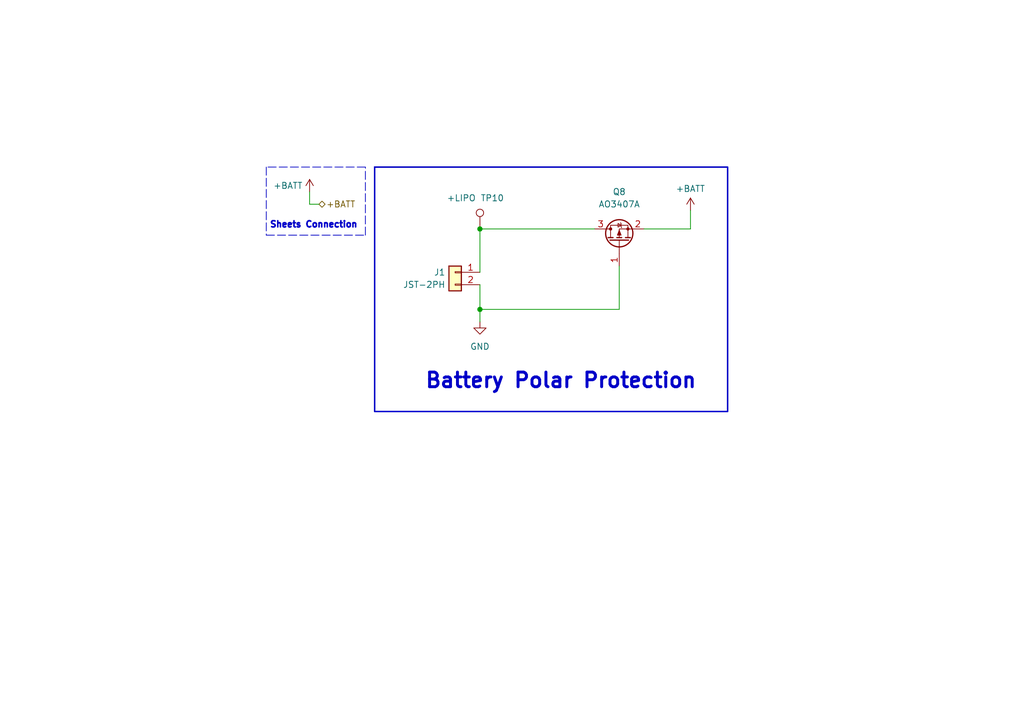
<source format=kicad_sch>
(kicad_sch (version 20230121) (generator eeschema)
  (paper "A5")
  (title_block (date "2023-10-29") (rev "2"))
  (lib_symbols
    (symbol "Connector:TestPoint" (pin_numbers hide) (pin_names (offset 0.762) hide)
      (property "Reference" "TP" (at 0 6.858 0))
      (property "Value" "TestPoint" (at 0 5.08 0))
      (symbol "TestPoint_0_1"
        (circle (center 0 3.302) (radius 0.762))
      )
      (symbol "TestPoint_1_1"
        (pin passive line (at 0 0 90) (length 2.54) (name "1") (number "1"))
      )
    )
    (symbol "Connector_Generic:Conn_01x02" (pin_names (offset 1.016) hide)
      (property "Reference" "J" (at 0 2.54 0))
      (property "Value" "Conn_01x02" (at 0 -5.08 0))
      (symbol "Conn_01x02_1_1"
        (rectangle (start -1.27 -2.413) (end 0 -2.667) (stroke (width 0.1524)))
        (rectangle (start -1.27 0.127) (end 0 -0.127) (stroke (width 0.1524)))
        (rectangle (start -1.27 1.27) (end 1.27 -3.81) (stroke (width 0.254)) (fill (type background)))
        (pin passive line (at -5.08 0 0) (length 3.81) (name "Pin_1") (number "1"))
        (pin passive line (at -5.08 -2.54 0) (length 3.81) (name "Pin_2") (number "2"))
      )
    )
    (symbol "Device:Q_PMOS_GSD" (pin_names (offset 0) hide)
      (property "Reference" "Q" (at 5.08 1.27 0))
      (property "Value" "Q_PMOS_GSD" (at 5.08 -1.27 0))
      (symbol "Q_PMOS_GSD_0_1"
        (polyline (pts (xy 0.254 0) (xy -2.54 0)))
        (polyline (pts (xy 0.254 1.905) (xy 0.254 -1.905)) (stroke (width 0.254)))
        (polyline (pts (xy 0.762 -1.27) (xy 0.762 -2.286)) (stroke (width 0.254)))
        (polyline (pts (xy 0.762 0.508) (xy 0.762 -0.508)) (stroke (width 0.254)))
        (polyline (pts (xy 0.762 2.286) (xy 0.762 1.27)) (stroke (width 0.254)))
        (polyline (pts (xy 2.54 2.54) (xy 2.54 1.778)))
        (polyline (pts (xy 2.54 -2.54) (xy 2.54 0) (xy 0.762 0)))
        (polyline (pts (xy 0.762 1.778) (xy 3.302 1.778) (xy 3.302 -1.778) (xy 0.762 -1.778)))
        (polyline (pts (xy 2.286 0) (xy 1.27 0.381) (xy 1.27 -0.381) (xy 2.286 0)) (fill (type outline)))
        (polyline (pts (xy 2.794 -0.508) (xy 2.921 -0.381) (xy 3.683 -0.381) (xy 3.81 -0.254)))
        (polyline (pts (xy 3.302 -0.381) (xy 2.921 0.254) (xy 3.683 0.254) (xy 3.302 -0.381)))
        (circle (center 1.651 0) (radius 2.794) (stroke (width 0.254)))
        (circle (center 2.54 -1.778) (radius 0.254) (fill (type outline)))
        (circle (center 2.54 1.778) (radius 0.254) (fill (type outline)))
      )
      (symbol "Q_PMOS_GSD_1_1"
        (pin input line (at -5.08 0 0) (length 2.54) (name "G") (number "1"))
        (pin passive line (at 2.54 -5.08 90) (length 2.54) (name "S") (number "2"))
        (pin passive line (at 2.54 5.08 270) (length 2.54) (name "D") (number "3"))
      )
    )
    (symbol "power:+BATT" (power) (pin_names (offset 0))
      (property "Value" "+BATT" (at 0 3.556 0))
      (symbol "+BATT_0_1"
        (polyline (pts (xy -0.762 1.27) (xy 0 2.54)))
        (polyline (pts (xy 0 0) (xy 0 2.54)))
        (polyline (pts (xy 0 2.54) (xy 0.762 1.27)))
      )
      (symbol "+BATT_1_1"
        (pin power_in line (at 0 0 90) (length 0) hide (name "+BATT") (number "1"))
      )
    )
    (symbol "power:GND" (power) (pin_names (offset 0))
      (property "Value" "GND" (at 0 -3.81 0))
      (symbol "GND_0_1"
        (polyline (pts (xy 0 0) (xy 0 -1.27) (xy 1.27 -1.27) (xy 0 -2.54) (xy -1.27 -1.27) (xy 0 -1.27)))
      )
      (symbol "GND_1_1"
        (pin power_in line (at 0 0 270) (length 0) hide (name "GND") (number "1"))
      )
    )
  )
  (junction (at 98.425 46.99))
  (junction (at 98.425 63.5))
  (polyline (pts (xy 74.93 34.29) (xy 54.61 34.29)) (stroke (width 0) (type dash)))
  (wire (pts (xy 63.5 39.37) (xy 63.5 41.91)))
  (wire (pts (xy 141.605 43.18) (xy 141.605 46.99)))
  (wire (pts (xy 98.425 46.99) (xy 98.425 55.88)))
  (wire (pts (xy 98.425 46.99) (xy 121.92 46.99)))
  (wire (pts (xy 98.425 58.42) (xy 98.425 63.5)))
  (wire (pts (xy 98.425 63.5) (xy 98.425 66.04)))
  (wire (pts (xy 132.08 46.99) (xy 141.605 46.99)))
  (polyline (pts (xy 54.61 34.29) (xy 54.61 48.26)) (stroke (width 0) (type dash)))
  (polyline (pts (xy 54.61 48.26) (xy 74.93 48.26)) (stroke (width 0) (type dash)))
  (wire (pts (xy 63.5 41.91) (xy 65.405 41.91)))
  (polyline (pts (xy 74.93 48.26) (xy 74.93 34.29)) (stroke (width 0) (type dash)))
  (wire (pts (xy 98.425 63.5) (xy 127 63.5)))
  (wire (pts (xy 127 54.61) (xy 127 63.5)))
  (rectangle (start 76.835 34.29) (end 149.225 84.455) (stroke (width 0.3)))
  (text "Battery Polar Protection" (at 86.995 80.01 0) (effects (font (size 3 3) (thickness 0.6) bold) (justify left bottom)))
  (text "Sheets Connection" (at 55.245 46.99 0) (effects (font (size 1.27 1.27) (thickness 0.6) bold) (justify left bottom)))
  (hierarchical_label "+BATT" (shape bidirectional) (at 65.405 41.91 0))
  (symbol (lib_id "power:GND") (at 98.425 66.04 0) (unit 1)
    (property "Reference" "#PWR0105" (effects hide))
    (property "Value" "GND" (at 98.425 71.12 0))
    (instances (project "bwlc1a" (path "" (reference "#PWR0105") (unit 1))) (project "plantpal" (path "" (reference "#PWR06") (unit 1)) (path "" (reference "#PWR090") (unit 1))) (project "bwlr1e" (path "" (reference "#PWR013") (unit 1))))
  )
  (symbol (lib_id "power:+BATT") (at 63.5 39.37 0) (unit 1)
    (property "Reference" "#PWR0104" (effects hide))
    (property "Value" "+BATT" (at 59.055 38.1 0))
    (instances (project "bwlc1a" (path "" (reference "#PWR0104") (unit 1))) (project "plantpal" (path "" (reference "#PWR070") (unit 1)) (path "" (reference "#PWR050") (unit 1)) (path "" (reference "#PWR083") (unit 1)) (path "" (reference "#PWR089") (unit 1))) (project "bwlr1e-prog" (path "" (reference "#PWR018") (unit 1))) (project "feather_rak3172" (path "" (reference "#PWR0131") (unit 1))))
  )
  (symbol (lib_id "Connector_Generic:Conn_01x02") (at 93.345 55.88 0) (mirror y) (unit 1)
    (property "Reference" "J1" (at 90.17 55.88 0))
    (property "Value" "JST-2PH" (at 86.995 58.42 0))
    (property "Footprint" "Teapot:JST_PH_S2B-PH-SM4-TB_1x02-1MP_P2.00mm_Horizontal" (effects hide))
    (property "Description" "1x2P PH 1 Tin 2mm Male pin 2 -25℃~+85℃ Copper Alloy 2A Surface Mount SMD,P=2mm Wire To Board / Wire To Wire Connector ROHS" (effects hide))
    (property "Distributor" "LCSC" (effects hide))
    (property "Distributor Link" "https://www.lcsc.com/product-detail/Wire-To-Board-Wire-To-Wire-Connector_JST-Sales-America-S2B-PH-SM4-TB-LF-SN_C295747.html" (effects hide))
    (property "Distributor Part Number" "C295747" (effects hide))
    (property "Id" "24" (effects hide))
    (property "Manufacture" "JST Sales America Inc." (effects hide))
    (property "Manufacture Part Number" "S2B-PH-SM4-TB(LF)(SN)" (effects hide))
    (property "Type" "SMD" (effects hide))
    (instances (project "bwlc1a" (path "" (reference "J1") (unit 1)) (path "" (reference "J2") (unit 1)) (path "" (reference "J2") (unit 1)) (path "" (reference "J2") (unit 1))))
  )
  (symbol (lib_id "power:+BATT") (at 141.605 43.18 0) (unit 1)
    (property "Reference" "#PWR0106" (effects hide))
    (property "Value" "+BATT" (at 141.605 38.735 0))
    (instances (project "bwlc1a" (path "" (reference "#PWR0106") (unit 1))) (project "plantpal" (path "" (reference "#PWR070") (unit 1)) (path "" (reference "#PWR050") (unit 1)) (path "" (reference "#PWR091") (unit 1))) (project "bwlr1e-prog" (path "" (reference "#PWR018") (unit 1))) (project "feather_rak3172" (path "" (reference "#PWR0131") (unit 1))))
  )
  (symbol (lib_id "Connector:TestPoint") (at 98.425 46.99 0) (unit 1)
    (property "Reference" "TP10" (at 100.965 40.64 0))
    (property "Value" "+LIPO" (at 94.615 40.64 0))
    (property "Footprint" "TestPoint:TestPoint_Pad_D1.0mm" (effects hide))
    (instances (project "bwlc1a" (path "" (reference "TP10") (unit 1))) (project "plantpal" (path "" (reference "TP1") (unit 1)) (path "" (reference "TP6") (unit 1))) (project "bwlr1e" (path "" (reference "TP9") (unit 1))))
  )
  (symbol (lib_id "Device:Q_PMOS_GSD") (at 127 49.53 90) (unit 1)
    (property "Reference" "Q8" (at 127 39.37 90))
    (property "Value" "AO3407A" (at 127 41.91 90))
    (property "Footprint" "Package_TO_SOT_SMD:SOT-23" (effects hide))
    (property "Datasheet" "https://datasheet.lcsc.com/lcsc/1810231523_Alpha---Omega-Semicon-AO3407A_C15155.pdf" (effects hide))
    (property "Part Description" "MOSFET P Channel 30V 4.3A 48mΩ@10V,4.3A 1.4W" (effects hide))
    (property "Manufacturer" "Alpha & Omega Semicon" (effects hide))
    (property "Manufacturer Part Number" "AO3407A" (effects hide))
    (property "Distributor" "LCSC" (effects hide))
    (property "Distributor Part Number" "C15155" (effects hide))
    (property "Distributor Link" "https://www.lcsc.com/product-detail/MOSFETs_Alpha-Omega-Semicon-AO3407A_C15155.html" (effects hide))
    (instances (project "bwlc1a" (path "" (reference "Q8") (unit 1))) (project "plantpal" (path "" (reference "Q1") (unit 1)) (path "" (reference "Q6") (unit 1))) (project "bwlr1e" (path "" (reference "Q1") (unit 1))))
  )
)
</source>
